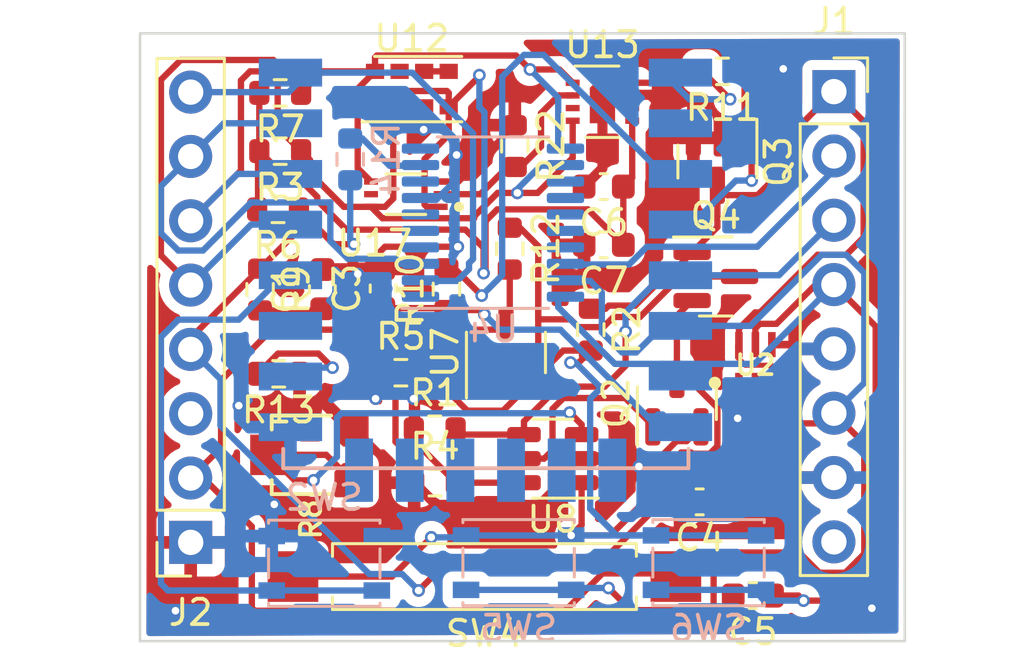
<source format=kicad_pcb>
(kicad_pcb (version 20221018) (generator pcbnew)
  (layers (0 "F.Cu" signal) (31 "B.Cu" signal) (34 "B.Paste" user) (35 "F.Paste" user) (36 "B.SilkS" user "B.Silkscreen") (37 "F.SilkS" user "F.Silkscreen") (38 "B.Mask" user) (39 "F.Mask" user) (44 "Edge.Cuts" user))
  (net 0 "")
  (net 1 "Net-(U1-VCC)")
  (net 2 "GND")
  (net 3 "SW-B")
  (net 4 "SW-A")
  (net 5 "V-SENS")
  (net 6 "+3.3V")
  (net 7 "SDA")
  (net 8 "SCL")
  (net 9 "RX")
  (net 10 "TX")
  (net 11 "Vin")
  (net 12 "Net-(Q2-G)")
  (net 13 "Net-(Q2-S)")
  (net 14 "DRIVE")
  (net 15 "DONE")
  (net 16 "Net-(U8-EN{slash}ONE_SHOT)")
  (net 17 "Net-(U8-DELAY{slash}M_DRV)")
  (net 18 "EN")
  (net 19 "Net-(U1-REST)")
  (net 20 "D15")
  (net 21 "Net-(U4-VDD)")
  (net 22 "Net-(U13-ADDR)")
  (net 23 "Net-(U1-GPIO0)")
  (net 25 "LED2")
  (net 39 "SWIO")
  (net 41 "Net-(U12-LDR)")
  (net 46 "SW-COM")
  (footprint "Sensor:Avago_APDS-9960" (layer "F.Cu") (at 163.835 46.2)
    (fp_text reference "U12")
    (fp_text value "APDS-9960")
  )
  (footprint "Resistor_SMD:R_0603_1608Metric" (layer "F.Cu") (at 158.635 46.35 180)
    (fp_text reference "R7")
    (fp_text value "R")
  )
  (footprint "Resistor_SMD:R_0603_1608Metric" (layer "F.Cu") (at 167.7 52.5 -90)
    (fp_text reference "R12")
    (fp_text value "0K")
  )
  (footprint "Capacitor_SMD:C_0603_1608Metric" (layer "F.Cu") (at 177.3 66.2 180)
    (fp_text reference "C5")
    (fp_text value "C")
  )
  (footprint "Package_TO_SOT_SMD:SOT-23" (layer "F.Cu") (at 175.9 49.0625 -90)
    (fp_text reference "Q3")
    (fp_text value "MMBT5551L")
  )
  (footprint "EVM3ES:EMV3ESX50B12" (layer "F.Cu") (at 159.85 60.643198 90)
    (fp_text reference "R8")
    (fp_text value "EVM3ESX50B12")
  )
  (footprint "Resistor_SMD:R_0603_1608Metric" (layer "F.Cu") (at 163.4 57.4)
    (fp_text reference "R5")
    (fp_text value "R")
  )
  (footprint "Resistor_SMD:R_0603_1608Metric" (layer "F.Cu") (at 158.575 57.443198 180)
    (fp_text reference "R13")
    (fp_text value "R")
  )
  (footprint "Capacitor_SMD:C_0603_1608Metric" (layer "F.Cu") (at 171.41 52.35 180)
    (fp_text reference "C7")
    (fp_text value "C")
  )
  (footprint "Resistor_SMD:R_0603_1608Metric" (layer "F.Cu") (at 158.55 50.95 180)
    (fp_text reference "R6")
    (fp_text value "0K")
  )
  (footprint "Connector_PinSocket_2.54mm:PinSocket_1x08_P2.54mm_Vertical" (layer "F.Cu") (at 180.5 46.3)
    (fp_text reference "J1")
    (fp_text value "Conn_01x08_Socket")
  )
  (footprint "Resistor_SMD:R_0603_1608Metric" (layer "F.Cu") (at 165.2 54.1 90)
    (fp_text reference "R10")
    (fp_text value "R")
  )
  (footprint "Package_TO_SOT_SMD:SOT-23" (layer "F.Cu") (at 175.837341 53.6)
    (fp_text reference "Q4")
    (fp_text value "AO3401A")
  )
  (footprint "Connector_PinSocket_2.54mm:PinSocket_1x08_P2.54mm_Vertical" (layer "F.Cu") (at 155.1 64.1 180)
    (fp_text reference "J2")
    (fp_text value "Conn_01x08_Socket")
  )
  (footprint "Resistor_SMD:R_0603_1608Metric" (layer "F.Cu") (at 158.635 48.65 180)
    (fp_text reference "R3")
    (fp_text value "R")
  )
  (footprint "Package_TO_SOT_SMD:SOT-23-6" (layer "F.Cu") (at 169.4 60.793198 180)
    (fp_text reference "U8")
    (fp_text value "TPL5110")
  )
  (footprint "Capacitor_SMD:C_0603_1608Metric" (layer "F.Cu") (at 162.7 54.075 90)
    (fp_text reference "C3")
    (fp_text value "C")
  )
  (footprint "Package_TO_SOT_SMD:SOT-23-3" (layer "F.Cu") (at 167.55 56.6 90)
    (fp_text reference "U7")
    (fp_text value "XC6206PxxxMR")
  )
  (footprint "Resistor_SMD:R_0603_1608Metric" (layer "F.Cu") (at 164.75 61.743198)
    (fp_text reference "R4")
    (fp_text value "R")
  )
  (footprint "Button_Switch_SMD:SW_SPST_REED_CT10-XXXX-G1" (layer "F.Cu") (at 166.7 65.45)
    (fp_text reference "SW4")
    (fp_text value "SW_Reed")
  )
  (footprint "Resistor_SMD:R_0603_1608Metric" (layer "F.Cu") (at 157.84 54.115 -90)
    (fp_text reference "R9")
    (fp_text value "0K")
  )
  (footprint "Package_TO_SOT_SMD:SOT-23" (layer "F.Cu") (at 174.3 58.6 90)
    (fp_text reference "Q2")
    (fp_text value "AO3401A")
  )
  (footprint "Resistor_SMD:R_0603_1608Metric" (layer "F.Cu") (at 176.1 45.5 180)
    (fp_text reference "R11")
    (fp_text value "0K")
  )
  (footprint "2n7002:SOT363" (layer "F.Cu") (at 177.4 57.1)
    (fp_text reference "U2")
    (fp_text value "2N7002DW")
  )
  (footprint "Capacitor_SMD:C_0603_1608Metric" (layer "F.Cu") (at 160.3 54.1 90)
    (fp_text reference "C1")
    (fp_text value "C")
  )
  (footprint "BH1750:XDCR_BH1750FVI-TR" (layer "F.Cu") (at 163.5975 50.35 180)
    (fp_text reference "U17")
    (fp_text value "BH1750FVI-TR")
  )
  (footprint "Resistor_SMD:R_0603_1608Metric" (layer "F.Cu") (at 170.9 55.7 -90)
    (fp_text reference "R2")
    (fp_text value "R")
  )
  (footprint "Sensor_Humidity:Sensirion_DFN-8-1EP_2.5x2.5mm_P0.5mm_EP1.1x1.7mm" (layer "F.Cu") (at 171.36 46.7)
    (fp_text reference "U13")
    (fp_text value "SHT31-DIS")
  )
  (footprint "Capacitor_SMD:C_0603_1608Metric" (layer "F.Cu") (at 171.41 50.05 180)
    (fp_text reference "C6")
    (fp_text value "C")
  )
  (footprint "Resistor_SMD:R_0603_1608Metric" (layer "F.Cu") (at 164.7375 59.630698)
    (fp_text reference "R1")
    (fp_text value "R")
  )
  (footprint "Resistor_SMD:R_0603_1608Metric" (layer "F.Cu") (at 167.9 48.45 -90)
    (fp_text reference "R22")
    (fp_text value "0K")
  )
  (footprint "Capacitor_SMD:C_0603_1608Metric" (layer "F.Cu") (at 175.2 62.5 180)
    (fp_text reference "C4")
    (fp_text value "C")
  )
  (footprint "Button_Switch_SMD:SW_SPST_PTS810" (layer "B.Cu") (at 160.375 64.925 180)
    (fp_text reference "SW2")
    (fp_text value "SW_Push")
  )
  (footprint "A_SensorNode:ESP12_SMD" (layer "B.Cu") (at 174.79 42.95 180)
    (fp_text reference "U1" hide)
    (fp_text value "ESP-12F" hide)
  )
  (footprint "Resistor_SMD:R_0603_1608Metric" (layer "B.Cu") (at 161.4 48.975 90)
    (fp_text reference "R14")
    (fp_text value "0K")
  )
  (footprint "Button_Switch_SMD:SW_SPST_PTS810" (layer "B.Cu") (at 168.05 64.9)
    (fp_text reference "SW5")
    (fp_text value "SW_Push")
  )
  (footprint "Button_Switch_SMD:SW_SPST_PTS810" (layer "B.Cu") (at 175.55 64.9)
    (fp_text reference "SW6")
    (fp_text value "SW_Push")
  )
  (footprint "Package_SO:TSSOP-20_4.4x6.5mm_P0.65mm" (layer "B.Cu") (at 167.0375 51.475)
    (fp_text reference "U4")
    (fp_text value "CH32V003F4P6")
  )
  (gr_rect (start 153.1 44) (end 183.3 68) (stroke (width 0.1)) (fill none) (layer "Edge.Cuts"))
  (segment (start 160.3 54.9) (end 162.81 54.9) (width 0.25) (layer "F.Cu") (net 1))
  (segment (start 166.525 54.925) (end 165.2 54.925) (width 0.25) (layer "F.Cu") (net 1))
  (segment (start 166.7 55.1) (end 166.525 54.925) (width 0.25) (layer "F.Cu") (net 1))
  (segment (start 162.7 54.85) (end 165.125 54.85) (width 0.25) (layer "F.Cu") (net 1))
  (segment (start 157.84 54.94) (end 160.2 54.94) (width 0.25) (layer "F.Cu") (net 1))
  (segment (start 165.125 54.85) (end 165.2 54.925) (width 0.25) (layer "F.Cu") (net 1))
  (via (at 166.7 55.1) (size 0.5) (drill 0.3) (layers "F.Cu" "B.Cu") (net 1))
  (segment (start 169.7 55.7) (end 173.55 59.55) (width 0.25) (layer "B.Cu") (net 1))
  (segment (start 173.55 59.05) (end 173.74 59.05) (width 0.25) (layer "B.Cu") (net 1))
  (segment (start 166.7 55.1) (end 167.3 55.7) (width 0.25) (layer "B.Cu") (net 1))
  (segment (start 167.3 55.7) (end 169.7 55.7) (width 0.25) (layer "B.Cu") (net 1))
  (segment (start 171.36 46.7) (end 171.36 49.325) (width 0.4) (layer "F.Cu") (net 2))
  (segment (start 174.95 48.125) (end 173.25 46.425) (width 0.4) (layer "F.Cu") (net 2))
  (segment (start 170.025 60.793198) (end 169.4 61.418198) (width 0.4) (layer "F.Cu") (net 2))
  (segment (start 164.8 62.618198) (end 163.925 61.743198) (width 0.4) (layer "F.Cu") (net 2))
  (segment (start 162.774775 52.425225) (end 165.649136 52.425225) (width 0.25) (layer "F.Cu") (net 2))
  (segment (start 176.75 59.15) (end 176.7 59.2) (width 0.25) (layer "F.Cu") (net 2))
  (segment (start 163.925 59.643198) (end 163.9125 59.630698) (width 0.4) (layer "F.Cu") (net 2))
  (segment (start 168.881802 62.618198) (end 164.8 62.618198) (width 0.4) (layer "F.Cu") (net 2))
  (segment (start 171.36 46.7) (end 171.635 46.425) (width 0.4) (layer "F.Cu") (net 2))
  (segment (start 172.535 45.95) (end 172.535 46.425) (width 0.4) (layer "F.Cu") (net 2))
  (segment (start 171.36 49.325) (end 170.635 50.05) (width 0.4) (layer "F.Cu") (net 2))
  (segment (start 170.5375 60.793198) (end 170.025 60.793198) (width 0.4) (layer "F.Cu") (net 2))
  (segment (start 169.4 61.418198) (end 169.4 62.1) (width 0.4) (layer "F.Cu") (net 2))
  (segment (start 161.7 53.5) (end 162.774775 52.425225) (width 0.25) (layer "F.Cu") (net 2))
  (segment (start 176.75 57.9) (end 176.75 59.15) (width 0.25) (layer "F.Cu") (net 2))
  (segment (start 170.5375 60.793198) (end 172.493198 60.793198) (width 0.4) (layer "F.Cu") (net 2))
  (segment (start 171.635 46.425) (end 172.535 46.425) (width 0.4) (layer "F.Cu") (net 2))
  (segment (start 173.25 46.425) (end 172.535 46.425) (width 0.4) (layer "F.Cu") (net 2))
  (segment (start 165.675 49.85) (end 167.9 47.625) (width 0.25) (layer "F.Cu") (net 2))
  (segment (start 169.4 62.1) (end 168.881802 62.618198) (width 0.4) (layer "F.Cu") (net 2))
  (segment (start 172.493198 60.793198) (end 172.8 61.1) (width 0.4) (layer "F.Cu") (net 2))
  (segment (start 164.9725 49.85) (end 165.675 49.85) (width 0.25) (layer "F.Cu") (net 2))
  (via (at 165.649136 52.425225) (size 0.5) (drill 0.3) (layers "F.Cu" "B.Cu") (net 2))
  (via (at 161.7 53.5) (size 0.5) (drill 0.3) (layers "F.Cu" "B.Cu") (net 2))
  (via (at 176.7 59.2) (size 0.5) (drill 0.3) (layers "F.Cu" "B.Cu") (net 2))
  (via (at 165.6 48.8) (size 0.5) (drill 0.3) (layers "F.Cu" "B.Cu") (net 2))
  (via (at 163.9 58.4255) (size 0.5) (drill 0.3) (layers "F.Cu" "B.Cu") (net 2))
  (via (at 164.3 47.8) (size 0.5) (drill 0.3) (layers "F.Cu" "B.Cu") (net 2))
  (via (at 158.4 62.6) (size 0.5) (drill 0.3) (layers "F.Cu" "B.Cu") (net 2))
  (via (at 178.5 45.4) (size 0.5) (drill 0.3) (layers "F.Cu" "B.Cu") (net 2))
  (via (at 182 66.7) (size 0.5) (drill 0.3) (layers "F.Cu" "B.Cu") (net 2))
  (via (at 162.4 58.4255) (size 0.5) (drill 0.3) (layers "F.Cu" "B.Cu") (net 2))
  (via (at 172.8 61.1) (size 0.5) (drill 0.3) (layers "F.Cu" "B.Cu") (net 2))
  (via (at 154.5 66.8) (size 0.5) (drill 0.3) (layers "F.Cu" "B.Cu") (net 2))
  (via (at 157 58.7) (size 0.5) (drill 0.3) (layers "F.Cu" "B.Cu") (net 2))
  (segment (start 165.6 48.8) (end 165.6 48.4) (width 0.25) (layer "B.Cu") (net 2))
  (segment (start 165 47.8) (end 164.3 47.8) (width 0.25) (layer "B.Cu") (net 2))
  (segment (start 164.838541 50.525) (end 163.8875 50.525) (width 0.25) (layer "B.Cu") (net 2))
  (segment (start 165.6 48.4) (end 165 47.8) (width 0.25) (layer "B.Cu") (net 2))
  (segment (start 165.6 48.8) (end 165.6 49.763541) (width 0.25) (layer "B.Cu") (net 2))
  (segment (start 165.6 49.763541) (end 164.838541 50.525) (width 0.25) (layer "B.Cu") (net 2))
  (segment (start 175.75 66.677817) (end 175.652817 66.775) (width 0.25) (layer "F.Cu") (net 3))
  (segment (start 177.4 60.5) (end 177.4 61.3) (width 0.25) (layer "F.Cu") (net 3))
  (segment (start 172.475 66.775) (end 171.6 65.9) (width 0.25) (layer "F.Cu") (net 3))
  (segment (start 175.75 64.55) (end 175.75 66.677817) (width 0.25) (layer "F.Cu") (net 3))
  (segment (start 178.5 59.4) (end 180.2 59.4) (width 0.25) (layer "F.Cu") (net 3))
  (segment (start 175.8 64.5) (end 175.75 64.55) (width 0.25) (layer "F.Cu") (net 3))
  (segment (start 180.95 65.3) (end 179.927817 65.3) (width 0.25) (layer "F.Cu") (net 3))
  (segment (start 180.2 59.4) (end 180.5 59.1) (width 0.25) (layer "F.Cu") (net 3))
  (segment (start 175.652817 66.775) (end 172.475 66.775) (width 0.25) (layer "F.Cu") (net 3))
  (segment (start 179.927817 65.3) (end 179.127817 64.5) (width 0.25) (layer "F.Cu") (net 3))
  (segment (start 179.127817 64.5) (end 175.8 64.5) (width 0.25) (layer "F.Cu") (net 3))
  (segment (start 177.4 61.3) (end 176.2 62.5) (width 0.25) (layer "F.Cu") (net 3))
  (segment (start 181.7 60.2) (end 181.7 64.55) (width 0.25) (layer "F.Cu") (net 3))
  (segment (start 177.4 57.9) (end 177.4 60.5) (width 0.25) (layer "F.Cu") (net 3))
  (segment (start 176.2 62.5) (end 175.9 62.5) (width 0.25) (layer "F.Cu") (net 3))
  (segment (start 180.5 59.1) (end 180.5 58.5) (width 0.25) (layer "F.Cu") (net 3))
  (segment (start 181.7 64.55) (end 180.95 65.3) (width 0.25) (layer "F.Cu") (net 3))
  (segment (start 177.4 60.5) (end 178.5 59.4) (width 0.25) (layer "F.Cu") (net 3))
  (segment (start 180.5 59) (end 181.7 60.2) (width 0.25) (layer "F.Cu") (net 3))
  (via (at 171.6 65.9) (size 0.5) (drill 0.3) (layers "F.Cu" "B.Cu") (net 3))
  (segment (start 172.136396 56.6) (end 172.69 56.6) (width 0.25) (layer "B.Cu") (net 3))
  (segment (start 173.74 55.55) (end 177.208299 55.55) (width 0.25) (layer "B.Cu") (net 3))
  (segment (start 171.336396 54.236396) (end 171.336396 55.8) (width 0.25) (layer "B.Cu") (net 3))
  (segment (start 180.986701 52.745) (end 181.7 53.458299) (width 0.25) (layer "B.Cu") (net 3))
  (segment (start 170.2 65.9) (end 170.125 65.975) (width 0.25) (layer "B.Cu") (net 3))
  (segment (start 180.013299 52.745) (end 180.986701 52.745) (width 0.25) (layer "B.Cu") (net 3))
  (segment (start 169.6125 53.775) (end 170.875 53.775) (width 0.25) (layer "B.Cu") (net 3))
  (segment (start 165.975 65.975) (end 170.125 65.975) (width 0.25) (layer "B.Cu") (net 3))
  (segment (start 170.875 53.775) (end 171.336396 54.236396) (width 0.25) (layer "B.Cu") (net 3))
  (segment (start 181.7 53.458299) (end 181.7 57.8) (width 0.25) (layer "B.Cu") (net 3))
  (segment (start 172.69 56.6) (end 173.74 55.55) (width 0.25) (layer "B.Cu") (net 3))
  (segment (start 181.7 57.8) (end 180.5 59) (width 0.25) (layer "B.Cu") (net 3))
  (segment (start 171.336396 55.8) (end 172.136396 56.6) (width 0.25) (layer "B.Cu") (net 3))
  (segment (start 171.6 65.9) (end 170.2 65.9) (width 0.25) (layer "B.Cu") (net 3))
  (segment (start 177.208299 55.55) (end 180.013299 52.745) (width 0.25) (layer "B.Cu") (net 3))
  (segment (start 180.5 53.92) (end 179.78 53.92) (width 0.25) (layer "F.Cu") (net 4))
  (segment (start 178.075 66.2) (end 179.1 66.2) (width 0.25) (layer "F.Cu") (net 4))
  (segment (start 179.1 66.2) (end 179.3 66.4) (width 0.25) (layer "F.Cu") (net 4))
  (segment (start 181 66.4) (end 182.15 65.25) (width 0.25) (layer "F.Cu") (net 4))
  (segment (start 182.15 65.25) (end 182.15 55.57) (width 0.25) (layer "F.Cu") (net 4))
  (segment (start 178.23 55.47) (end 177.575 55.47) (width 0.25) (layer "F.Cu") (net 4))
  (segment (start 182.15 55.57) (end 180.5 53.92) (width 0.25) (layer "F.Cu") (net 4))
  (segment (start 179.78 53.92) (end 178.23 55.47) (width 0.25) (layer "F.Cu") (net 4))
  (segment (start 177.4 55.645) (end 177.4 56.29) (width 0.25) (layer "F.Cu") (net 4))
  (segment (start 179.3 66.4) (end 181 66.4) (width 0.25) (layer "F.Cu") (net 4))
  (segment (start 177.575 55.47) (end 177.4 55.645) (width 0.25) (layer "F.Cu") (net 4))
  (via (at 179.3 66.4) (size 0.5) (drill 0.3) (layers "F.Cu" "B.Cu") (net 4))
  (segment (start 173.74 57.05) (end 176.87 57.05) (width 0.25) (layer "B.Cu") (net 4))
  (segment (start 176.87 57.05) (end 177.37 57.05) (width 0.25) (layer "B.Cu") (net 4))
  (segment (start 172.35 57.05) (end 173.74 57.05) (width 0.25) (layer "B.Cu") (net 4))
  (segment (start 177.75 66.4) (end 177.625 66.275) (width 0.25) (layer "B.Cu") (net 4))
  (segment (start 179.3 66.4) (end 177.75 66.4) (width 0.25) (layer "B.Cu") (net 4))
  (segment (start 177.625 65.975) (end 173.475 65.975) (width 0.25) (layer "B.Cu") (net 4))
  (segment (start 169.6125 54.8125) (end 171.85 57.05) (width 0.25) (layer "B.Cu") (net 4))
  (segment (start 171.85 57.05) (end 172.35 57.05) (width 0.25) (layer "B.Cu") (net 4))
  (segment (start 169.6125 54.425) (end 169.6125 54.8125) (width 0.25) (layer "B.Cu") (net 4))
  (segment (start 177.37 57.05) (end 180.5 53.92) (width 0.25) (layer "B.Cu") (net 4))
  (segment (start 166.66669 53.46669) (end 166.66669 52.46669) (width 0.25) (layer "F.Cu") (net 5))
  (segment (start 166.66669 53.46669) (end 166.743767 53.389613) (width 0.25) (layer "F.Cu") (net 5))
  (segment (start 157.76 48.7) (end 157.81 48.65) (width 0.25) (layer "F.Cu") (net 5))
  (segment (start 170.785 50.95) (end 172.185 52.35) (width 0.25) (layer "F.Cu") (net 5))
  (segment (start 166.5 45.69) (end 165.29 46.9) (width 0.25) (layer "F.Cu") (net 5))
  (segment (start 157.76 51.15) (end 157.76 48.7) (width 0.25) (layer "F.Cu") (net 5))
  (segment (start 162.38 46.9) (end 162.38 46.56) (width 0.25) (layer "F.Cu") (net 5))
  (segment (start 172.535 49.7) (end 172.535 47.45) (width 0.25) (layer "F.Cu") (net 5))
  (segment (start 164.9725 50.85) (end 164.4225 50.85) (width 0.25) (layer "F.Cu") (net 5))
  (segment (start 166.743767 53.389613) (end 166.743767 51.413771) (width 0.25) (layer "F.Cu") (net 5))
  (segment (start 160.1 50.6) (end 160.1 50.457538) (width 0.25) (layer "F.Cu") (net 5))
  (segment (start 164.335 50.7625) (end 164.335 48.965) (width 0.25) (layer "F.Cu") (net 5))
  (segment (start 172.185 50.05) (end 172.185 52.35) (width 0.25) (layer "F.Cu") (net 5))
  (segment (start 166.5 45.65) (end 166.5 45.69) (width 0.25) (layer "F.Cu") (net 5))
  (segment (start 166.66669 52.46669) (end 165.95 51.75) (width 0.25) (layer "F.Cu") (net 5))
  (segment (start 165.215 46.275) (end 165.29 46.35) (width 0.25) (layer "F.Cu") (net 5))
  (segment (start 159.092462 49.45) (end 158.61 49.45) (width 0.25) (layer "F.Cu") (net 5))
  (segment (start 162.665 46.275) (end 165.215 46.275) (width 0.25) (layer "F.Cu") (net 5))
  (segment (start 165.29 46.35) (end 165.29 46.9) (width 0.25) (layer "F.Cu") (net 5))
  (segment (start 165.29 48.01) (end 165.29 46.9) (width 0.25) (layer "F.Cu") (net 5))
  (segment (start 164.4225 50.85) (end 164.335 50.7625) (width 0.25) (layer "F.Cu") (net 5))
  (segment (start 158.61 49.45) (end 157.81 48.65) (width 0.25) (layer "F.Cu") (net 5))
  (segment (start 160.1 50.457538) (end 159.092462 49.45) (width 0.25) (layer "F.Cu") (net 5))
  (segment (start 162.38 46.56) (end 162.665 46.275) (width 0.25) (layer "F.Cu") (net 5))
  (segment (start 161.25 51.75) (end 160.1 50.6) (width 0.25) (layer "F.Cu") (net 5))
  (segment (start 167.207538 50.95) (end 170.785 50.95) (width 0.25) (layer "F.Cu") (net 5))
  (segment (start 166.743767 51.413771) (end 167.207538 50.95) (width 0.25) (layer "F.Cu") (net 5))
  (segment (start 172.185 50.05) (end 172.535 49.7) (width 0.25) (layer "F.Cu") (net 5))
  (segment (start 165.95 51.75) (end 161.25 51.75) (width 0.25) (layer "F.Cu") (net 5))
  (segment (start 157.81 46.35) (end 157.81 48.65) (width 0.25) (layer "F.Cu") (net 5))
  (segment (start 164.335 48.965) (end 165.29 48.01) (width 0.25) (layer "F.Cu") (net 5))
  (via (at 166.5 45.65) (size 0.5) (drill 0.3) (layers "F.Cu" "B.Cu") (net 5))
  (via (at 166.66669 53.46669) (size 0.5) (drill 0.3) (layers "F.Cu" "B.Cu") (net 5))
  (segment (start 166.66669 53.46669) (end 166.7 53.43338) (width 0.25) (layer "B.Cu") (net 5))
  (segment (start 166.7 53.43338) (end 166.7 47.113173) (width 0.25) (layer "B.Cu") (net 5))
  (segment (start 166.5 46.913173) (end 166.5 45.65) (width 0.25) (layer "B.Cu") (net 5))
  (segment (start 166.7 47.113173) (end 166.5 46.913173) (width 0.25) (layer "B.Cu") (net 5))
  (segment (start 174.903249 60.6) (end 174.853249 60.55) (width 0.25) (layer "F.Cu") (net 6))
  (segment (start 175.6 60.6) (end 174.903249 60.6) (width 0.25) (layer "F.Cu") (net 6))
  (segment (start 175.9 60.3) (end 175.6 60.6) (width 0.25) (layer "F.Cu") (net 6))
  (segment (start 175.9 58.778249) (end 175.9 60.3) (width 0.25) (layer "F.Cu") (net 6))
  (segment (start 173.972183 61.7) (end 173.65 62.022183) (width 0.25) (layer "F.Cu") (net 6))
  (segment (start 159.375 51.755) (end 157.84 53.29) (width 0.25) (layer "F.Cu") (net 6))
  (segment (start 155.1 56.03) (end 157.84 53.29) (width 0.25) (layer "F.Cu") (net 6))
  (segment (start 161.545578 52.3245) (end 160.7495 52.3245) (width 0.25) (layer "F.Cu") (net 6))
  (segment (start 171.331802 64.868198) (end 165.231802 64.868198) (width 0.25) (layer "F.Cu") (net 6))
  (segment (start 173.65 62.022183) (end 173.65 62.55) (width 0.25) (layer "F.Cu") (net 6))
  (segment (start 174.3 57.6625) (end 174.784251 57.6625) (width 0.25) (layer "F.Cu") (net 6))
  (segment (start 174.784251 57.6625) (end 175.9 58.778249) (width 0.25) (layer "F.Cu") (net 6))
  (segment (start 159.375 50.95) (end 159.375 51.755) (width 0.25) (layer "F.Cu") (net 6))
  (segment (start 155.1 56.48) (end 155.1 56.03) (width 0.25) (layer "F.Cu") (net 6))
  (segment (start 173.972183 61.05) (end 173.972183 61.7) (width 0.25) (layer "F.Cu") (net 6))
  (segment (start 173.65 62.55) (end 171.331802 64.868198) (width 0.25) (layer "F.Cu") (net 6))
  (segment (start 174.3 58.1625) (end 174.3 55.149841) (width 0.25) (layer "F.Cu") (net 6))
  (segment (start 174.472183 60.55) (end 173.972183 61.05) (width 0.25) (layer "F.Cu") (net 6))
  (segment (start 160.7495 52.3245) (end 159.375 50.95) (width 0.25) (layer "F.Cu") (net 6))
  (segment (start 165.231802 64.868198) (end 164.1 66) (width 0.25) (layer "F.Cu") (net 6))
  (segment (start 174.853249 60.55) (end 174.472183 60.55) (width 0.25) (layer "F.Cu") (net 6))
  (segment (start 174.3 55.149841) (end 174.899841 54.55) (width 0.25) (layer "F.Cu") (net 6))
  (via (at 164.1 66) (size 0.5) (drill 0.3) (layers "F.Cu" "B.Cu") (net 6))
  (via (at 161.545578 52.3245) (size 0.5) (drill 0.3) (layers "F.Cu" "B.Cu") (net 6))
  (segment (start 160.375 63.575) (end 160.361827 63.575) (width 0.25) (layer "B.Cu") (net 6))
  (segment (start 156.275 57.655) (end 155.1 56.48) (width 0.25) (layer "B.Cu") (net 6))
  (segment (start 156.275 59.488173) (end 156.275 57.655) (width 0.25) (layer "B.Cu") (net 6))
  (segment (start 164.1 66) (end 163.45 65.35) (width 0.25) (layer "B.Cu") (net 6))
  (segment (start 161.545578 52.3245) (end 161.4 52.178922) (width 0.25) (layer "B.Cu") (net 6))
  (segment (start 161.4 52.178922) (end 161.4 49.8) (width 0.25) (layer "B.Cu") (net 6))
  (segment (start 163.45 65.35) (end 162.15 65.35) (width 0.25) (layer "B.Cu") (net 6))
  (segment (start 160.361827 63.575) (end 156.275 59.488173) (width 0.25) (layer "B.Cu") (net 6))
  (segment (start 162.15 65.35) (end 160.375 63.575) (width 0.25) (layer "B.Cu") (net 6))
  (segment (start 161.695 46.185) (end 162.38 45.5) (width 0.25) (layer "F.Cu") (net 7))
  (segment (start 153.925 52.765) (end 153.925 45.833299) (width 0.25) (layer "F.Cu") (net 7))
  (segment (start 160.31 45.5) (end 162.38 45.5) (width 0.25) (layer "F.Cu") (net 7))
  (segment (start 159.46 46.35) (end 159.76 46.05) (width 0.25) (layer "F.Cu") (net 7))
  (segment (start 159.46 46.146142) (end 159.46 46.35) (width 0.25) (layer "F.Cu") (net 7))
  (segment (start 162.2225 49.85) (end 161.695 49.3225) (width 0.25) (layer "F.Cu") (net 7))
  (segment (start 159.46 46.35) (end 160.31 45.5) (width 0.25) (layer "F.Cu") (net 7))
  (segment (start 167.95 44.875) (end 162.455 44.875) (width 0.25) (layer "F.Cu") (net 7))
  (segment (start 155.1 53.94) (end 153.925 52.765) (width 0.25) (layer "F.Cu") (net 7))
  (segment (start 161.695 49.3225) (end 161.695 46.185) (width 0.25) (layer "F.Cu") (net 7))
  (segment (start 162.455 44.875) (end 162.38 44.95) (width 0.25) (layer "F.Cu") (net 7))
  (segment (start 162.38 44.95) (end 162.38 45.5) (width 0.25) (layer "F.Cu") (net 7))
  (segment (start 168.5 45.425) (end 167.95 44.875) (width 0.25) (layer "F.Cu") (net 7))
  (segment (start 153.925 45.833299) (end 154.708299 45.05) (width 0.25) (layer "F.Cu") (net 7))
  (segment (start 154.708299 45.05) (end 158.363858 45.05) (width 0.25) (layer "F.Cu") (net 7))
  (segment (start 169.66 45.425) (end 168.5 45.425) (width 0.25) (layer "F.Cu") (net 7))
  (segment (start 158.363858 45.05) (end 159.46 46.146142) (width 0.25) (layer "F.Cu") (net 7))
  (segment (start 170.185 45.95) (end 169.66 45.425) (width 0.25) (layer "F.Cu") (net 7))
  (via (at 168.5 45.425) (size 0.5) (drill 0.3) (layers "F.Cu" "B.Cu") (net 7))
  (segment (start 157.49 51.55) (end 159.74 51.55) (width 0.25) (layer "B.Cu") (net 7))
  (segment (start 169.6125 48.575) (end 169.6125 46.5375) (width 0.25) (layer "B.Cu") (net 7))
  (segment (start 155.1 53.94) (end 157.49 51.55) (width 0.25) (layer "B.Cu") (net 7))
  (segment (start 169.6125 46.5375) (end 168.5 45.425) (width 0.25) (layer "B.Cu") (net 7))
  (segment (start 161.15 50.85) (end 162.2225 50.85) (width 0.25) (layer "F.Cu") (net 8))
  (segment (start 167.221142 50.3) (end 168.8 50.3) (width 0.25) (layer "F.Cu") (net 8))
  (segment (start 163.1 47.15) (end 163.35 46.9) (width 0.25) (layer "F.Cu") (net 8))
  (segment (start 162.6725 51.3) (end 166.293767 51.3) (width 0.25) (layer "F.Cu") (net 8))
  (segment (start 166.293767 51.3) (end 166.293767 51.227375) (width 0.25) (layer "F.Cu") (net 8))
  (segment (start 170.185 48.915) (end 170.185 47.45) (width 0.25) (layer "F.Cu") (net 8))
  (segment (start 158.535 45.857538) (end 158.177462 45.5) (width 0.25) (layer "F.Cu") (net 8))
  (segment (start 163.1 50.5225) (end 163.1 47.15) (width 0.25) (layer "F.Cu") (net 8))
  (segment (start 159.81 49) (end 159.81 49.51) (width 0.25) (layer "F.Cu") (net 8))
  (segment (start 162.7725 50.85) (end 163.1 50.5225) (width 0.25) (layer "F.Cu") (net 8))
  (segment (start 158.177462 45.5) (end 157.442538 45.5) (width 0.25) (layer "F.Cu") (net 8))
  (segment (start 159.46 48.65) (end 159.81 49) (width 0.25) (layer "F.Cu") (net 8))
  (segment (start 159.81 49.51) (end 161.15 50.85) (width 0.25) (layer "F.Cu") (net 8))
  (segment (start 168.8 50.3) (end 170.185 48.915) (width 0.25) (layer "F.Cu") (net 8))
  (segment (start 158.535 47.725) (end 158.535 45.857538) (width 0.25) (layer "F.Cu") (net 8))
  (segment (start 159.46 48.65) (end 158.535 47.725) (width 0.25) (layer "F.Cu") (net 8))
  (segment (start 157.085 45.857538) (end 157.085 49.415) (width 0.25) (layer "F.Cu") (net 8))
  (segment (start 162.2225 50.85) (end 162.6725 51.3) (width 0.25) (layer "F.Cu") (net 8))
  (segment (start 162.2225 50.85) (end 162.7725 50.85) (width 0.25) (layer "F.Cu") (net 8))
  (segment (start 157.085 49.415) (end 155.1 51.4) (width 0.25) (layer "F.Cu") (net 8))
  (segment (start 157.442538 45.5) (end 157.085 45.857538) (width 0.25) (layer "F.Cu") (net 8))
  (segment (start 166.293767 51.227375) (end 167.221142 50.3) (width 0.25) (layer "F.Cu") (net 8))
  (via (at 168 50.3) (size 0.5) (drill 0.3) (layers "F.Cu" "B.Cu") (net 8))
  (segment (start 168.923959 49.225) (end 169.6125 49.225) (width 0.25) (layer "B.Cu") (net 8))
  (segment (start 156.95 49.55) (end 159.74 49.55) (width 0.25) (layer "B.Cu") (net 8))
  (segment (start 155.1 51.4) (end 156.95 49.55) (width 0.25) (layer "B.Cu") (net 8))
  (segment (start 168 50.148959) (end 168.923959 49.225) (width 0.25) (layer "B.Cu") (net 8))
  (segment (start 168 50.3) (end 168 50.148959) (width 0.25) (layer "B.Cu") (net 8))
  (segment (start 153.925 51.886701) (end 153.925 50.035) (width 0.25) (layer "B.Cu") (net 9))
  (segment (start 161.307905 52.9) (end 160.615 52.207095) (width 0.25) (layer "B.Cu") (net 9))
  (segment (start 163.2 52.9) (end 161.307905 52.9) (width 0.25) (layer "B.Cu") (net 9))
  (segment (start 154.613299 52.575) (end 153.925 51.886701) (width 0.25) (layer "B.Cu") (net 9))
  (segment (start 160.615 50.675) (end 157.486701 50.675) (width 0.25) (layer "B.Cu") (net 9))
  (segment (start 156.41 47.55) (end 159.74 47.55) (width 0.25) (layer "B.Cu") (net 9))
  (segment (start 155.586701 52.575) (end 154.613299 52.575) (width 0.25) (layer "B.Cu") (net 9))
  (segment (start 155.1 48.86) (end 156.41 47.55) (width 0.25) (layer "B.Cu") (net 9))
  (segment (start 160.615 52.207095) (end 160.615 50.675) (width 0.25) (layer "B.Cu") (net 9))
  (segment (start 157.486701 50.675) (end 155.586701 52.575) (width 0.25) (layer "B.Cu") (net 9))
  (segment (start 153.925 50.035) (end 155.1 48.86) (width 0.25) (layer "B.Cu") (net 9))
  (segment (start 164.175 53.1) (end 163.4 53.1) (width 0.25) (layer "B.Cu") (net 9))
  (segment (start 163.4 53.1) (end 163.2 52.9) (width 0.25) (layer "B.Cu") (net 9))
  (segment (start 166.25 47.95) (end 163.85 45.55) (width 0.25) (layer "B.Cu") (net 10))
  (segment (start 165.625 53.775) (end 166.09169 53.30831) (width 0.25) (layer "B.Cu") (net 10))
  (segment (start 163.85 45.55) (end 159.74 45.55) (width 0.25) (layer "B.Cu") (net 10))
  (segment (start 166.25 52.911827) (end 166.25 47.95) (width 0.25) (layer "B.Cu") (net 10))
  (segment (start 163.8875 53.775) (end 165.625 53.775) (width 0.25) (layer "B.Cu") (net 10))
  (segment (start 158.97 46.32) (end 159.74 45.55) (width 0.25) (layer "B.Cu") (net 10))
  (segment (start 166.09169 53.070137) (end 166.25 52.911827) (width 0.25) (layer "B.Cu") (net 10))
  (segment (start 155.1 46.32) (end 158.97 46.32) (width 0.25) (layer "B.Cu") (net 10))
  (segment (start 166.09169 53.30831) (end 166.09169 53.070137) (width 0.25) (layer "B.Cu") (net 10))
  (segment (start 173.835 65.325) (end 173.96 65.45) (width 0.25) (layer "F.Cu") (net 11))
  (segment (start 157.025 56.975) (end 156.3 57.7) (width 0.25) (layer "F.Cu") (net 11))
  (segment (start 167.55 55.5625) (end 167.4125 55.7) (width 0.25) (layer "F.Cu") (net 11))
  (segment (start 157.625 66.8) (end 169.886827 66.8) (width 0.25) (layer "F.Cu") (net 11))
  (segment (start 171.361827 65.325) (end 173.835 65.325) (width 0.25) (layer "F.Cu") (net 11))
  (segment (start 167.55 55.125) (end 167.7 54.975) (width 0.25) (layer "F.Cu") (net 11))
  (segment (start 157.515 63.475) (end 157.515 66.69) (width 0.25) (layer "F.Cu") (net 11))
  (segment (start 157.025 56.950736) (end 157.025 56.975) (width 0.25) (layer "F.Cu") (net 11))
  (segment (start 167.4125 55.7) (end 158.3 55.7) (width 0.25) (layer "F.Cu") (net 11))
  (segment (start 169.886827 66.8) (end 171.361827 65.325) (width 0.25) (layer "F.Cu") (net 11))
  (segment (start 157.356802 56.643198) (end 157.332538 56.643198) (width 0.25) (layer "F.Cu") (net 11))
  (segment (start 158.3 55.7) (end 157.356802 56.643198) (width 0.25) (layer "F.Cu") (net 11))
  (segment (start 156.3 60.36) (end 155.35 61.31) (width 0.25) (layer "F.Cu") (net 11))
  (segment (start 167.7 54.975) (end 167.7 53.225) (width 0.25) (layer "F.Cu") (net 11))
  (segment (start 157.332538 56.643198) (end 157.025 56.950736) (width 0.25) (layer "F.Cu") (net 11))
  (segment (start 157.515 66.69) (end 157.625 66.8) (width 0.25) (layer "F.Cu") (net 11))
  (segment (start 156.3 57.7) (end 156.3 60.36) (width 0.25) (layer "F.Cu") (net 11))
  (segment (start 155.35 61.31) (end 157.515 63.475) (width 0.25) (layer "F.Cu") (net 11))
  (segment (start 169.388604 60.461396) (end 169.056802 60.793198) (width 0.25) (layer "F.Cu") (net 12))
  (segment (start 169.388604 58.829594) (end 169.388604 60.461396) (width 0.25) (layer "F.Cu") (net 12))
  (segment (start 173.35 59.4875) (end 172.2625 58.4) (width 0.25) (layer "F.Cu") (net 12))
  (segment (start 169.056802 60.793198) (end 168.2625 60.793198) (width 0.25) (layer "F.Cu") (net 12))
  (segment (start 169.818198 58.4) (end 169.388604 58.829594) (width 0.25) (layer "F.Cu") (net 12))
  (segment (start 172.2625 58.4) (end 169.818198 58.4) (width 0.25) (layer "F.Cu") (net 12))
  (segment (start 176.774841 53.6) (end 174.44059 53.6) (width 0.25) (layer "F.Cu") (net 13))
  (segment (start 171.792462 55.2) (end 171.392462 55.6) (width 0.25) (layer "F.Cu") (net 13))
  (segment (start 168 51.575) (end 168.825 52.4) (width 0.25) (layer "F.Cu") (net 13))
  (segment (start 174.44059 53.6) (end 172.84059 55.2) (width 0.25) (layer "F.Cu") (net 13))
  (segment (start 170.407538 55.6) (end 170.1 55.292462) (width 0.25) (layer "F.Cu") (net 13))
  (segment (start 171.675 63.825) (end 173.2 62.3) (width 0.25) (layer "F.Cu") (net 13))
  (segment (start 170.425 57) (end 170.9 56.525) (width 0.25) (layer "F.Cu") (net 13))
  (segment (start 168.825 55.292462) (end 168.825 53.5) (width 0.25) (layer "F.Cu") (net 13))
  (segment (start 171.392462 55.6) (end 170.407538 55.6) (width 0.25) (layer "F.Cu") (net 13))
  (segment (start 167.4375 58.9) (end 166.025 58.9) (width 0.25) (layer "F.Cu") (net 13))
  (segment (start 170.9 56.525) (end 169.8125 56.525) (width 0.25) (layer "F.Cu") (net 13))
  (segment (start 170.1 57) (end 170.425 57) (width 0.25) (layer "F.Cu") (net 13))
  (segment (start 170.125 63.825) (end 171.675 63.825) (width 0.25) (layer "F.Cu") (net 13))
  (segment (start 168.5 57.8375) (end 167.4375 58.9) (width 0.25) (layer "F.Cu") (net 13))
  (segment (start 173.522183 61.513604) (end 173.522183 60.863604) (width 0.25) (layer "F.Cu") (net 13))
  (segment (start 169.8125 56.525) (end 168.5 57.8375) (width 0.25) (layer "F.Cu") (net 13))
  (segment (start 168.825 52.4) (end 168.825 53.5) (width 0.25) (layer "F.Cu") (net 13))
  (segment (start 166.025 58.9) (end 164.225 57.1) (width 0.25) (layer "F.Cu") (net 13))
  (segment (start 170.5375 63.4125) (end 170.5375 61.743198) (width 0.25) (layer "F.Cu") (net 13))
  (segment (start 174.285787 60.1) (end 174.6875 60.1) (width 0.25) (layer "F.Cu") (net 13))
  (segment (start 170.125 63.825) (end 170.5375 63.4125) (width 0.25) (layer "F.Cu") (net 13))
  (segment (start 173.2 61.835787) (end 173.522183 61.513604) (width 0.25) (layer "F.Cu") (net 13))
  (segment (start 163.05 65.45) (end 158.84 65.45) (width 0.25) (layer "F.Cu") (net 13))
  (segment (start 174.6875 60.1) (end 175.25 59.5375) (width 0.25) (layer "F.Cu") (net 13))
  (segment (start 172.84059 55.2) (end 171.792462 55.2) (width 0.25) (layer "F.Cu") (net 13))
  (segment (start 164.6 63.9) (end 163.05 65.45) (width 0.25) (layer "F.Cu") (net 13))
  (segment (start 173.522183 60.863604) (end 174.285787 60.1) (width 0.25) (layer "F.Cu") (net 13))
  (segment (start 173.2 62.3) (end 173.2 61.835787) (width 0.25) (layer "F.Cu") (net 13))
  (segment (start 170.1 55.292462) (end 168.825 55.292462) (width 0.25) (layer "F.Cu") (net 13))
  (segment (start 168.825 53.5) (end 168.825 57.5125) (width 0.25) (layer "F.Cu") (net 13))
  (via (at 164.6 63.9) (size 0.5) (drill 0.3) (layers "F.Cu" "B.Cu") (net 13))
  (via (at 170.125 63.825) (size 0.5) (drill 0.3) (layers "F.Cu" "B.Cu") (net 13))
  (via (at 170.1 57) (size 0.5) (drill 0.3) (layers "F.Cu" "B.Cu") (net 13))
  (segment (start 171.925 63.825) (end 173.475 63.825) (width 0.25) (layer "B.Cu") (net 13))
  (segment (start 170.125 63.825) (end 173.475 63.825) (width 0.25) (layer "B.Cu") (net 13))
  (segment (start 170.875 62.775) (end 171.925 63.825) (width 0.25) (layer "B.Cu") (net 13))
  (segment (start 173.475 63.825) (end 177.625 63.825) (width 0.25) (layer "B.Cu") (net 13))
  (segment (start 170.1 57) (end 170.3 57) (width 0.25) (layer "B.Cu") (net 13))
  (segment (start 170.3 57) (end 171.3 58) (width 0.25) (layer "B.Cu") (net 13))
  (segment (start 170.125 63.825) (end 165.975 63.825) (width 0.25) (layer "B.Cu") (net 13))
  (segment (start 170.875 58.425) (end 170.875 62.775) (width 0.25) (layer "B.Cu") (net 13))
  (segment (start 164.6 63.9) (end 165.9 63.9) (width 0.25) (layer "B.Cu") (net 13))
  (segment (start 171.3 58) (end 170.875 58.425) (width 0.25) (layer "B.Cu") (net 13))
  (segment (start 165.9 63.9) (end 165.975 63.825) (width 0.25) (layer "B.Cu") (net 13))
  (segment (start 177.25 48.525) (end 176.85 48.125) (width 0.25) (layer "F.Cu") (net 14))
  (segment (start 176.975 45.55) (end 176.975 48) (width 0.25) (layer "F.Cu") (net 14))
  (segment (start 177.25 49.8125) (end 177.25 48.525) (width 0.25) (layer "F.Cu") (net 14))
  (segment (start 176.925 45.5) (end 176.975 45.55) (width 0.25) (layer "F.Cu") (net 14))
  (segment (start 176.975 48) (end 176.85 48.125) (width 0.25) (layer "F.Cu") (net 14))
  (via (at 177.25 49.8125) (size 0.5) (drill 0.3) (layers "F.Cu" "B.Cu") (net 14))
  (segment (start 176.6275 49.8125) (end 177.25 49.8125) (width 0.25) (layer "B.Cu") (net 14))
  (segment (start 173.74 51.55) (end 174.89 51.55) (width 0.25) (layer "B.Cu") (net 14))
  (segment (start 174.89 51.55) (end 176.6275 49.8125) (width 0.25) (layer "B.Cu") (net 14))
  (segment (start 172.274431 55.7745) (end 172.274431 57.125569) (width 0.25) (layer "F.Cu") (net 15))
  (segment (start 171.45 57.95) (end 169.631802 57.95) (width 0.25) (layer "F.Cu") (net 15))
  (segment (start 172.274431 57.125569) (end 171.45 57.95) (width 0.25) (layer "F.Cu") (net 15))
  (segment (start 168.2625 59.843198) (end 165.775 59.843198) (width 0.25) (layer "F.Cu") (net 15))
  (segment (start 169.631802 57.95) (end 168.2625 59.319302) (width 0.25) (layer "F.Cu") (net 15))
  (segment (start 168.2625 59.319302) (end 168.2625 59.843198) (width 0.25) (layer "F.Cu") (net 15))
  (segment (start 165.775 59.843198) (end 165.5625 59.630698) (width 0.25) (layer "F.Cu") (net 15))
  (via (at 172.274431 55.7745) (size 0.5) (drill 0.3) (layers "F.Cu" "B.Cu") (net 15))
  (segment (start 172.274431 55.7745) (end 172.274431 55.015569) (width 0.25) (layer "B.Cu") (net 15))
  (segment (start 178.33 53.55) (end 173.74 53.55) (width 0.25) (layer "B.Cu") (net 15))
  (segment (start 172.274431 55.015569) (end 173.74 53.55) (width 0.25) (layer "B.Cu") (net 15))
  (segment (start 180.5 51.38) (end 178.33 53.55) (width 0.25) (layer "B.Cu") (net 15))
  (segment (start 164.2625 60.430698) (end 165.575 61.743198) (width 0.25) (layer "F.Cu") (net 16))
  (segment (start 163.1875 57.7125) (end 163.1875 60.12316) (width 0.25) (layer "F.Cu") (net 16))
  (segment (start 163.1875 60.12316) (end 163.495038 60.430698) (width 0.25) (layer "F.Cu") (net 16))
  (segment (start 163.495038 60.430698) (end 164.2625 60.430698) (width 0.25) (layer "F.Cu") (net 16))
  (segment (start 165.575 61.743198) (end 168.2625 61.743198) (width 0.25) (layer "F.Cu") (net 16))
  (segment (start 162.575 57.1) (end 163.1875 57.7125) (width 0.25) (layer "F.Cu") (net 16))
  (segment (start 159.206802 61.65) (end 158.2 60.643198) (width 0.25) (layer "F.Cu") (net 17))
  (segment (start 160.45 60.643198) (end 158.2 60.643198) (width 0.25) (layer "F.Cu") (net 17))
  (segment (start 170.065332 58.9745) (end 170.5375 59.446668) (width 0.25) (layer "F.Cu") (net 17))
  (segment (start 170.5375 59.446668) (end 170.5375 59.843198) (width 0.25) (layer "F.Cu") (net 17))
  (segment (start 161.45 61.643198) (end 160.45 60.643198) (width 0.25) (layer "F.Cu") (net 17))
  (segment (start 170.921751 59.843198) (end 170.5375 59.843198) (width 0.25) (layer "F.Cu") (net 17))
  (segment (start 159.95 61.65) (end 159.206802 61.65) (width 0.25) (layer "F.Cu") (net 17))
  (via (at 159.95 61.65) (size 0.5) (drill 0.3) (layers "F.Cu" "B.Cu") (net 17))
  (via (at 170.065332 58.9745) (size 0.5) (drill 0.3) (layers "F.Cu" "B.Cu") (net 17))
  (segment (start 161.05 59) (end 170.039832 59) (width 0.25) (layer "B.Cu") (net 17))
  (segment (start 159.95 61.65) (end 160.875 60.725) (width 0.25) (layer "B.Cu") (net 17))
  (segment (start 160.875 60.725) (end 160.875 59.175) (width 0.25) (layer "B.Cu") (net 17))
  (segment (start 170.039832 59) (end 170.065332 58.9745) (width 0.25) (layer "B.Cu") (net 17))
  (segment (start 160.875 59.175) (end 161.05 59) (width 0.25) (layer "B.Cu") (net 17))
  (segment (start 166.591487 54.354359) (end 165.512128 53.275) (width 0.25) (layer "F.Cu") (net 18))
  (segment (start 165.512128 53.275) (end 165.2 53.275) (width 0.25) (layer "F.Cu") (net 18))
  (via (at 166.591487 54.354359) (size 0.5) (drill 0.3) (layers "F.Cu" "B.Cu") (net 18))
  (segment (start 167.4 45.711827) (end 168.261827 44.85) (width 0.25) (layer "B.Cu") (net 18))
  (segment (start 167.4 53.545846) (end 167.4 45.711827) (width 0.25) (layer "B.Cu") (net 18))
  (segment (start 169.04 44.85) (end 173.74 49.55) (width 0.25) (layer "B.Cu") (net 18))
  (segment (start 166.591487 54.354359) (end 167.4 53.545846) (width 0.25) (layer "B.Cu") (net 18))
  (segment (start 168.261827 44.85) (end 169.04 44.85) (width 0.25) (layer "B.Cu") (net 18))
  (segment (start 175.275 45.5) (end 175.3 45.5) (width 0.25) (layer "F.Cu") (net 19))
  (segment (start 175.3 45.5) (end 176.4 46.6) (width 0.25) (layer "F.Cu") (net 19))
  (via (at 176.4 46.6) (size 0.5) (drill 0.3) (layers "F.Cu" "B.Cu") (net 19))
  (segment (start 176.4 46.6) (end 174.79 46.6) (width 0.25) (layer "B.Cu") (net 19))
  (segment (start 174.79 46.6) (end 173.74 45.55) (width 0.25) (layer "B.Cu") (net 19))
  (segment (start 158.55 56.643198) (end 160.143198 56.643198) (width 0.25) (layer "F.Cu") (net 20))
  (segment (start 157.75 57.443198) (end 158.55 56.643198) (width 0.25) (layer "F.Cu") (net 20))
  (segment (start 160.143198 56.643198) (end 160.7 57.2) (width 0.25) (layer "F.Cu") (net 20))
  (via (at 160.7 57.2) (size 0.5) (drill 0.3) (layers "F.Cu" "B.Cu") (net 20))
  (segment (start 160.7 57.2) (end 160.09 57.2) (width 0.25) (layer "B.Cu") (net 20))
  (segment (start 160.09 57.2) (end 159.74 57.55) (width 0.25) (layer "B.Cu") (net 20))
  (segment (start 163.8875 49.225) (end 164.625 49.225) (width 0.25) (layer "B.Cu") (net 21))
  (segment (start 161.878858 48.15) (end 162.953858 49.225) (width 0.25) (layer "B.Cu") (net 21))
  (segment (start 162.953858 49.225) (end 163.8875 49.225) (width 0.25) (layer "B.Cu") (net 21))
  (segment (start 161.4 48.15) (end 161.878858 48.15) (width 0.25) (layer "B.Cu") (net 21))
  (segment (start 167.609746 49.275) (end 166.534746 50.35) (width 0.25) (layer "F.Cu") (net 22))
  (segment (start 167.685 49.275) (end 168.125 49.275) (width 0.25) (layer "F.Cu") (net 22))
  (segment (start 169.635 46.45) (end 170.185 46.45) (width 0.25) (layer "F.Cu") (net 22))
  (segment (start 168.125 49.275) (end 168.935 48.465) (width 0.25) (layer "F.Cu") (net 22))
  (segment (start 166.534746 50.35) (end 164.9725 50.35) (width 0.25) (layer "F.Cu") (net 22))
  (segment (start 168.935 48.465) (end 168.935 47.15) (width 0.25) (layer "F.Cu") (net 22))
  (segment (start 167.635 49.275) (end 167.609746 49.275) (width 0.25) (layer "F.Cu") (net 22))
  (segment (start 168.935 47.15) (end 169.635 46.45) (width 0.25) (layer "F.Cu") (net 22))
  (segment (start 162.45 66) (end 158.3 66) (width 0.25) (layer "B.Cu") (net 23))
  (segment (start 154.2 66) (end 158.3 66) (width 0.25) (layer "B.Cu") (net 23))
  (segment (start 157 55.305) (end 154.613299 55.305) (width 0.25) (layer "B.Cu") (net 23))
  (segment (start 158.755 53.55) (end 157 55.305) (width 0.25) (layer "B.Cu") (net 23))
  (segment (start 153.925 65.725) (end 154.2 66) (width 0.25) (layer "B.Cu") (net 23))
  (segment (start 153.925 55.993299) (end 153.925 65.725) (width 0.25) (layer "B.Cu") (net 23))
  (segment (start 159.74 53.55) (end 158.755 53.55) (width 0.25) (layer "B.Cu") (net 23))
  (segment (start 154.613299 55.305) (end 153.925 55.993299) (width 0.25) (layer "B.Cu") (net 23))
  (segment (start 180.5 49.4) (end 180.5 48.84) (width 0.25) (layer "B.Cu") (net 39))
  (segment (start 177.475 52.425) (end 180.5 49.4) (width 0.25) (layer "B.Cu") (net 39))
  (segment (start 173.115 52.425) (end 177.475 52.425) (width 0.25) (layer "B.Cu") (net 39))
  (segment (start 172.415 53.125) (end 173.115 52.425) (width 0.25) (layer "B.Cu") (net 39))
  (segment (start 169.6125 53.125) (end 172.415 53.125) (width 0.25) (layer "B.Cu") (net 39))
  (segment (start 164.32 45.5) (end 165.29 45.5) (width 0.25) (layer "F.Cu") (net 41))
  (segment (start 178.005 57.11) (end 178.05 57.155) (width 0.25) (layer "F.Cu") (net 46))
  (segment (start 176.7 56.34) (end 176.75 56.29) (width 0.2) (layer "F.Cu") (net 46))
  (segment (start 176.7 56.8) (end 176.7 56.34) (width 0.2) (layer "F.Cu") (net 46))
  (segment (start 178 57.105) (end 177.005 57.105) (width 0.2) (layer "F.Cu") (net 46))
  (segment (start 177.388604 55.02) (end 176.75 55.658604) (width 0.25) (layer "F.Cu") (net 46))
  (segment (start 177.005 57.105) (end 176.7 56.8) (width 0.2) (layer "F.Cu") (net 46))
  (segment (start 170.9 54.875) (end 171.481066 54.875) (width 0.25) (layer "F.Cu") (net 46))
  (segment (start 172.654194 54.75) (end 174.254194 53.15) (width 0.25) (layer "F.Cu") (net 46))
  (segment (start 179.855 52.745) (end 177.58 55.02) (width 0.25) (layer "F.Cu") (net 46))
  (segment (start 180.5 46.3) (end 178.525 48.275) (width 0.25) (layer "F.Cu") (net 46))
  (segment (start 181.675 47.475) (end 181.675 52.056701) (width 0.25) (layer "F.Cu") (net 46))
  (segment (start 176.2875 50.3875) (end 175.9 50) (width 0.25) (layer "F.Cu") (net 46))
  (segment (start 178.005 57.11) (end 178 57.105) (width 0.2) (layer "F.Cu") (net 46))
  (segment (start 178.05 57.155) (end 178.05 57.9) (width 0.25) (layer "F.Cu") (net 46))
  (segment (start 175.9 51.649841) (end 175.9 50) (width 0.25) (layer "F.Cu") (net 46))
  (segment (start 180.5 46.3) (end 181.675 47.475) (width 0.25) (layer "F.Cu") (net 46))
  (segment (start 177.58 55.02) (end 177.388604 55.02) (width 0.25) (layer "F.Cu") (net 46))
  (segment (start 177.488173 50.3875) (end 176.2875 50.3875) (width 0.25) (layer "F.Cu") (net 46))
  (segment (start 176.75 55.658604) (end 176.75 56.29) (width 0.25) (layer "F.Cu") (net 46))
  (segment (start 174.254194 53.15) (end 174.399841 53.15) (width 0.25) (layer "F.Cu") (net 46))
  (segment (start 181.675 52.056701) (end 180.986701 52.745) (width 0.25) (layer "F.Cu") (net 46))
  (segment (start 171.606066 54.75) (end 172.654194 54.75) (width 0.25) (layer "F.Cu") (net 46))
  (segment (start 174.899841 52.65) (end 175.9 51.649841) (width 0.25) (layer "F.Cu") (net 46))
  (segment (start 174.399841 53.15) (end 174.899841 52.65) (width 0.25) (layer "F.Cu") (net 46))
  (segment (start 180.986701 52.745) (end 179.855 52.745) (width 0.25) (layer "F.Cu") (net 46))
  (segment (start 171.481066 54.875) (end 171.606066 54.75) (width 0.25) (layer "F.Cu") (net 46))
  (segment (start 178.525 49.350673) (end 177.488173 50.3875) (width 0.25) (layer "F.Cu") (net 46))
  (segment (start 178.525 48.275) (end 178.525 49.350673) (width 0.25) (layer "F.Cu") (net 46))
  (zone (net 2) (net_name "GND") (layers "F&B.Cu") (connect_pads (clearance 0.4)) (min_thickness 0.25) (fill yes (thermal_gap 0.5) (thermal_bridge_width 0.5))
    (polygon (pts (xy 153.4 44.3) (xy 183.1 44.2) (xy 183.05 67.7) (xy 153.35 67.8)))
  )
)
</source>
